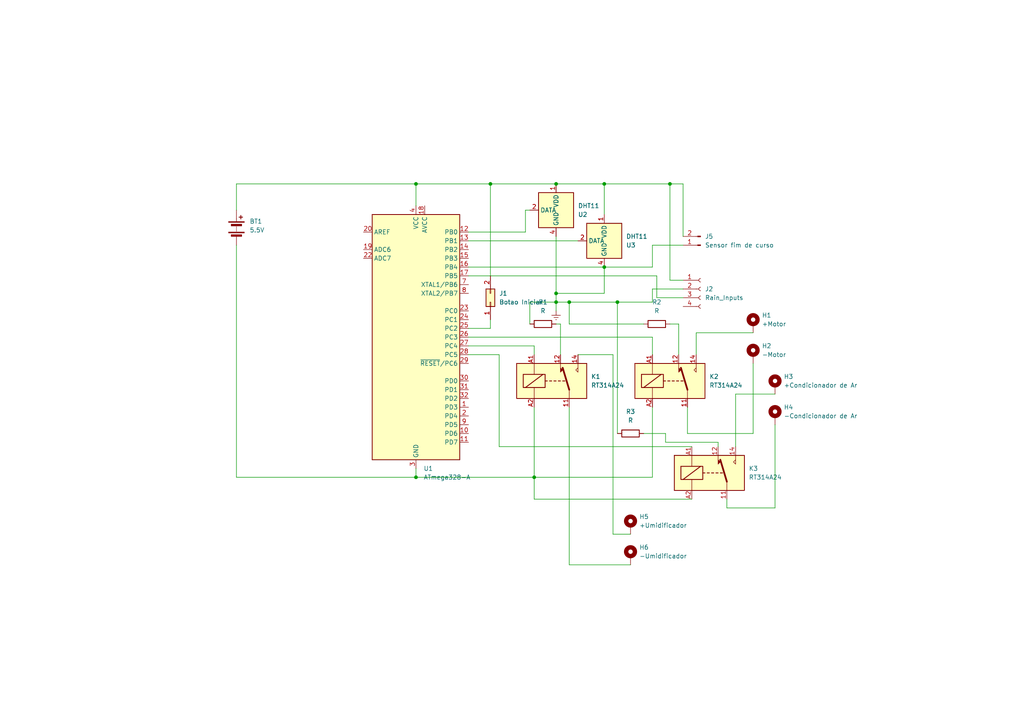
<source format=kicad_sch>
(kicad_sch (version 20230121) (generator eeschema)

  (uuid e969e010-0e26-4a88-8879-207fb1974770)

  (paper "A4")

  (title_block
    (title "Sistema de Climatização")
    (company "Unicamp")
  )

  (lib_symbols
    (symbol "Connector:Conn_01x02_Pin" (pin_names (offset 1.016) hide) (in_bom yes) (on_board yes)
      (property "Reference" "J" (at 0 2.54 0)
        (effects (font (size 1.27 1.27)))
      )
      (property "Value" "Conn_01x02_Pin" (at 0 -5.08 0)
        (effects (font (size 1.27 1.27)))
      )
      (property "Footprint" "" (at 0 0 0)
        (effects (font (size 1.27 1.27)) hide)
      )
      (property "Datasheet" "~" (at 0 0 0)
        (effects (font (size 1.27 1.27)) hide)
      )
      (property "ki_locked" "" (at 0 0 0)
        (effects (font (size 1.27 1.27)))
      )
      (property "ki_keywords" "connector" (at 0 0 0)
        (effects (font (size 1.27 1.27)) hide)
      )
      (property "ki_description" "Generic connector, single row, 01x02, script generated" (at 0 0 0)
        (effects (font (size 1.27 1.27)) hide)
      )
      (property "ki_fp_filters" "Connector*:*_1x??_*" (at 0 0 0)
        (effects (font (size 1.27 1.27)) hide)
      )
      (symbol "Conn_01x02_Pin_1_1"
        (polyline
          (pts
            (xy 1.27 -2.54)
            (xy 0.8636 -2.54)
          )
          (stroke (width 0.1524) (type default))
          (fill (type none))
        )
        (polyline
          (pts
            (xy 1.27 0)
            (xy 0.8636 0)
          )
          (stroke (width 0.1524) (type default))
          (fill (type none))
        )
        (rectangle (start 0.8636 -2.413) (end 0 -2.667)
          (stroke (width 0.1524) (type default))
          (fill (type outline))
        )
        (rectangle (start 0.8636 0.127) (end 0 -0.127)
          (stroke (width 0.1524) (type default))
          (fill (type outline))
        )
        (pin passive line (at 5.08 0 180) (length 3.81)
          (name "Pin_1" (effects (font (size 1.27 1.27))))
          (number "1" (effects (font (size 1.27 1.27))))
        )
        (pin passive line (at 5.08 -2.54 180) (length 3.81)
          (name "Pin_2" (effects (font (size 1.27 1.27))))
          (number "2" (effects (font (size 1.27 1.27))))
        )
      )
    )
    (symbol "Connector:Conn_01x04_Socket" (pin_names (offset 1.016) hide) (in_bom yes) (on_board yes)
      (property "Reference" "J" (at 0 5.08 0)
        (effects (font (size 1.27 1.27)))
      )
      (property "Value" "Conn_01x04_Socket" (at 0 -7.62 0)
        (effects (font (size 1.27 1.27)))
      )
      (property "Footprint" "" (at 0 0 0)
        (effects (font (size 1.27 1.27)) hide)
      )
      (property "Datasheet" "~" (at 0 0 0)
        (effects (font (size 1.27 1.27)) hide)
      )
      (property "ki_locked" "" (at 0 0 0)
        (effects (font (size 1.27 1.27)))
      )
      (property "ki_keywords" "connector" (at 0 0 0)
        (effects (font (size 1.27 1.27)) hide)
      )
      (property "ki_description" "Generic connector, single row, 01x04, script generated" (at 0 0 0)
        (effects (font (size 1.27 1.27)) hide)
      )
      (property "ki_fp_filters" "Connector*:*_1x??_*" (at 0 0 0)
        (effects (font (size 1.27 1.27)) hide)
      )
      (symbol "Conn_01x04_Socket_1_1"
        (arc (start 0 -4.572) (mid -0.5058 -5.08) (end 0 -5.588)
          (stroke (width 0.1524) (type default))
          (fill (type none))
        )
        (arc (start 0 -2.032) (mid -0.5058 -2.54) (end 0 -3.048)
          (stroke (width 0.1524) (type default))
          (fill (type none))
        )
        (polyline
          (pts
            (xy -1.27 -5.08)
            (xy -0.508 -5.08)
          )
          (stroke (width 0.1524) (type default))
          (fill (type none))
        )
        (polyline
          (pts
            (xy -1.27 -2.54)
            (xy -0.508 -2.54)
          )
          (stroke (width 0.1524) (type default))
          (fill (type none))
        )
        (polyline
          (pts
            (xy -1.27 0)
            (xy -0.508 0)
          )
          (stroke (width 0.1524) (type default))
          (fill (type none))
        )
        (polyline
          (pts
            (xy -1.27 2.54)
            (xy -0.508 2.54)
          )
          (stroke (width 0.1524) (type default))
          (fill (type none))
        )
        (arc (start 0 0.508) (mid -0.5058 0) (end 0 -0.508)
          (stroke (width 0.1524) (type default))
          (fill (type none))
        )
        (arc (start 0 3.048) (mid -0.5058 2.54) (end 0 2.032)
          (stroke (width 0.1524) (type default))
          (fill (type none))
        )
        (pin passive line (at -5.08 2.54 0) (length 3.81)
          (name "Pin_1" (effects (font (size 1.27 1.27))))
          (number "1" (effects (font (size 1.27 1.27))))
        )
        (pin passive line (at -5.08 0 0) (length 3.81)
          (name "Pin_2" (effects (font (size 1.27 1.27))))
          (number "2" (effects (font (size 1.27 1.27))))
        )
        (pin passive line (at -5.08 -2.54 0) (length 3.81)
          (name "Pin_3" (effects (font (size 1.27 1.27))))
          (number "3" (effects (font (size 1.27 1.27))))
        )
        (pin passive line (at -5.08 -5.08 0) (length 3.81)
          (name "Pin_4" (effects (font (size 1.27 1.27))))
          (number "4" (effects (font (size 1.27 1.27))))
        )
      )
    )
    (symbol "Connector_Generic:Conn_02x01" (pin_names (offset 1.016) hide) (in_bom yes) (on_board yes)
      (property "Reference" "J" (at 1.27 2.54 0)
        (effects (font (size 1.27 1.27)))
      )
      (property "Value" "Conn_02x01" (at 1.27 -2.54 0)
        (effects (font (size 1.27 1.27)))
      )
      (property "Footprint" "" (at 0 0 0)
        (effects (font (size 1.27 1.27)) hide)
      )
      (property "Datasheet" "~" (at 0 0 0)
        (effects (font (size 1.27 1.27)) hide)
      )
      (property "ki_keywords" "connector" (at 0 0 0)
        (effects (font (size 1.27 1.27)) hide)
      )
      (property "ki_description" "Generic connector, double row, 02x01, this symbol is compatible with counter-clockwise, top-bottom and odd-even numbering schemes., script generated (kicad-library-utils/schlib/autogen/connector/)" (at 0 0 0)
        (effects (font (size 1.27 1.27)) hide)
      )
      (property "ki_fp_filters" "Connector*:*_2x??_*" (at 0 0 0)
        (effects (font (size 1.27 1.27)) hide)
      )
      (symbol "Conn_02x01_1_1"
        (rectangle (start -1.27 0.127) (end 0 -0.127)
          (stroke (width 0.1524) (type default))
          (fill (type none))
        )
        (rectangle (start -1.27 1.27) (end 3.81 -1.27)
          (stroke (width 0.254) (type default))
          (fill (type background))
        )
        (rectangle (start 3.81 0.127) (end 2.54 -0.127)
          (stroke (width 0.1524) (type default))
          (fill (type none))
        )
        (pin passive line (at -5.08 0 0) (length 3.81)
          (name "Pin_1" (effects (font (size 1.27 1.27))))
          (number "1" (effects (font (size 1.27 1.27))))
        )
        (pin passive line (at 7.62 0 180) (length 3.81)
          (name "Pin_2" (effects (font (size 1.27 1.27))))
          (number "2" (effects (font (size 1.27 1.27))))
        )
      )
    )
    (symbol "Device:Battery" (pin_numbers hide) (pin_names (offset 0) hide) (in_bom yes) (on_board yes)
      (property "Reference" "BT" (at 2.54 2.54 0)
        (effects (font (size 1.27 1.27)) (justify left))
      )
      (property "Value" "Battery" (at 2.54 0 0)
        (effects (font (size 1.27 1.27)) (justify left))
      )
      (property "Footprint" "" (at 0 1.524 90)
        (effects (font (size 1.27 1.27)) hide)
      )
      (property "Datasheet" "~" (at 0 1.524 90)
        (effects (font (size 1.27 1.27)) hide)
      )
      (property "ki_keywords" "batt voltage-source cell" (at 0 0 0)
        (effects (font (size 1.27 1.27)) hide)
      )
      (property "ki_description" "Multiple-cell battery" (at 0 0 0)
        (effects (font (size 1.27 1.27)) hide)
      )
      (symbol "Battery_0_1"
        (rectangle (start -2.286 -1.27) (end 2.286 -1.524)
          (stroke (width 0) (type default))
          (fill (type outline))
        )
        (rectangle (start -2.286 1.778) (end 2.286 1.524)
          (stroke (width 0) (type default))
          (fill (type outline))
        )
        (rectangle (start -1.524 -2.032) (end 1.524 -2.54)
          (stroke (width 0) (type default))
          (fill (type outline))
        )
        (rectangle (start -1.524 1.016) (end 1.524 0.508)
          (stroke (width 0) (type default))
          (fill (type outline))
        )
        (polyline
          (pts
            (xy 0 -1.016)
            (xy 0 -0.762)
          )
          (stroke (width 0) (type default))
          (fill (type none))
        )
        (polyline
          (pts
            (xy 0 -0.508)
            (xy 0 -0.254)
          )
          (stroke (width 0) (type default))
          (fill (type none))
        )
        (polyline
          (pts
            (xy 0 0)
            (xy 0 0.254)
          )
          (stroke (width 0) (type default))
          (fill (type none))
        )
        (polyline
          (pts
            (xy 0 1.778)
            (xy 0 2.54)
          )
          (stroke (width 0) (type default))
          (fill (type none))
        )
        (polyline
          (pts
            (xy 0.762 3.048)
            (xy 1.778 3.048)
          )
          (stroke (width 0.254) (type default))
          (fill (type none))
        )
        (polyline
          (pts
            (xy 1.27 3.556)
            (xy 1.27 2.54)
          )
          (stroke (width 0.254) (type default))
          (fill (type none))
        )
      )
      (symbol "Battery_1_1"
        (pin passive line (at 0 5.08 270) (length 2.54)
          (name "+" (effects (font (size 1.27 1.27))))
          (number "1" (effects (font (size 1.27 1.27))))
        )
        (pin passive line (at 0 -5.08 90) (length 2.54)
          (name "-" (effects (font (size 1.27 1.27))))
          (number "2" (effects (font (size 1.27 1.27))))
        )
      )
    )
    (symbol "Device:R" (pin_numbers hide) (pin_names (offset 0)) (in_bom yes) (on_board yes)
      (property "Reference" "R" (at 2.032 0 90)
        (effects (font (size 1.27 1.27)))
      )
      (property "Value" "R" (at 0 0 90)
        (effects (font (size 1.27 1.27)))
      )
      (property "Footprint" "" (at -1.778 0 90)
        (effects (font (size 1.27 1.27)) hide)
      )
      (property "Datasheet" "~" (at 0 0 0)
        (effects (font (size 1.27 1.27)) hide)
      )
      (property "ki_keywords" "R res resistor" (at 0 0 0)
        (effects (font (size 1.27 1.27)) hide)
      )
      (property "ki_description" "Resistor" (at 0 0 0)
        (effects (font (size 1.27 1.27)) hide)
      )
      (property "ki_fp_filters" "R_*" (at 0 0 0)
        (effects (font (size 1.27 1.27)) hide)
      )
      (symbol "R_0_1"
        (rectangle (start -1.016 -2.54) (end 1.016 2.54)
          (stroke (width 0.254) (type default))
          (fill (type none))
        )
      )
      (symbol "R_1_1"
        (pin passive line (at 0 3.81 270) (length 1.27)
          (name "~" (effects (font (size 1.27 1.27))))
          (number "1" (effects (font (size 1.27 1.27))))
        )
        (pin passive line (at 0 -3.81 90) (length 1.27)
          (name "~" (effects (font (size 1.27 1.27))))
          (number "2" (effects (font (size 1.27 1.27))))
        )
      )
    )
    (symbol "MCU_Microchip_ATmega:ATmega328-A" (in_bom yes) (on_board yes)
      (property "Reference" "U" (at -12.7 36.83 0)
        (effects (font (size 1.27 1.27)) (justify left bottom))
      )
      (property "Value" "ATmega328-A" (at 2.54 -36.83 0)
        (effects (font (size 1.27 1.27)) (justify left top))
      )
      (property "Footprint" "Package_QFP:TQFP-32_7x7mm_P0.8mm" (at 0 0 0)
        (effects (font (size 1.27 1.27) italic) hide)
      )
      (property "Datasheet" "http://ww1.microchip.com/downloads/en/DeviceDoc/ATmega328_P%20AVR%20MCU%20with%20picoPower%20Technology%20Data%20Sheet%2040001984A.pdf" (at 0 0 0)
        (effects (font (size 1.27 1.27)) hide)
      )
      (property "ki_keywords" "AVR 8bit Microcontroller MegaAVR" (at 0 0 0)
        (effects (font (size 1.27 1.27)) hide)
      )
      (property "ki_description" "20MHz, 32kB Flash, 2kB SRAM, 1kB EEPROM, TQFP-32" (at 0 0 0)
        (effects (font (size 1.27 1.27)) hide)
      )
      (property "ki_fp_filters" "TQFP*7x7mm*P0.8mm*" (at 0 0 0)
        (effects (font (size 1.27 1.27)) hide)
      )
      (symbol "ATmega328-A_0_1"
        (rectangle (start -12.7 -35.56) (end 12.7 35.56)
          (stroke (width 0.254) (type default))
          (fill (type background))
        )
      )
      (symbol "ATmega328-A_1_1"
        (pin bidirectional line (at 15.24 -20.32 180) (length 2.54)
          (name "PD3" (effects (font (size 1.27 1.27))))
          (number "1" (effects (font (size 1.27 1.27))))
        )
        (pin bidirectional line (at 15.24 -27.94 180) (length 2.54)
          (name "PD6" (effects (font (size 1.27 1.27))))
          (number "10" (effects (font (size 1.27 1.27))))
        )
        (pin bidirectional line (at 15.24 -30.48 180) (length 2.54)
          (name "PD7" (effects (font (size 1.27 1.27))))
          (number "11" (effects (font (size 1.27 1.27))))
        )
        (pin bidirectional line (at 15.24 30.48 180) (length 2.54)
          (name "PB0" (effects (font (size 1.27 1.27))))
          (number "12" (effects (font (size 1.27 1.27))))
        )
        (pin bidirectional line (at 15.24 27.94 180) (length 2.54)
          (name "PB1" (effects (font (size 1.27 1.27))))
          (number "13" (effects (font (size 1.27 1.27))))
        )
        (pin bidirectional line (at 15.24 25.4 180) (length 2.54)
          (name "PB2" (effects (font (size 1.27 1.27))))
          (number "14" (effects (font (size 1.27 1.27))))
        )
        (pin bidirectional line (at 15.24 22.86 180) (length 2.54)
          (name "PB3" (effects (font (size 1.27 1.27))))
          (number "15" (effects (font (size 1.27 1.27))))
        )
        (pin bidirectional line (at 15.24 20.32 180) (length 2.54)
          (name "PB4" (effects (font (size 1.27 1.27))))
          (number "16" (effects (font (size 1.27 1.27))))
        )
        (pin bidirectional line (at 15.24 17.78 180) (length 2.54)
          (name "PB5" (effects (font (size 1.27 1.27))))
          (number "17" (effects (font (size 1.27 1.27))))
        )
        (pin power_in line (at 2.54 38.1 270) (length 2.54)
          (name "AVCC" (effects (font (size 1.27 1.27))))
          (number "18" (effects (font (size 1.27 1.27))))
        )
        (pin input line (at -15.24 25.4 0) (length 2.54)
          (name "ADC6" (effects (font (size 1.27 1.27))))
          (number "19" (effects (font (size 1.27 1.27))))
        )
        (pin bidirectional line (at 15.24 -22.86 180) (length 2.54)
          (name "PD4" (effects (font (size 1.27 1.27))))
          (number "2" (effects (font (size 1.27 1.27))))
        )
        (pin passive line (at -15.24 30.48 0) (length 2.54)
          (name "AREF" (effects (font (size 1.27 1.27))))
          (number "20" (effects (font (size 1.27 1.27))))
        )
        (pin passive line (at 0 -38.1 90) (length 2.54) hide
          (name "GND" (effects (font (size 1.27 1.27))))
          (number "21" (effects (font (size 1.27 1.27))))
        )
        (pin input line (at -15.24 22.86 0) (length 2.54)
          (name "ADC7" (effects (font (size 1.27 1.27))))
          (number "22" (effects (font (size 1.27 1.27))))
        )
        (pin bidirectional line (at 15.24 7.62 180) (length 2.54)
          (name "PC0" (effects (font (size 1.27 1.27))))
          (number "23" (effects (font (size 1.27 1.27))))
        )
        (pin bidirectional line (at 15.24 5.08 180) (length 2.54)
          (name "PC1" (effects (font (size 1.27 1.27))))
          (number "24" (effects (font (size 1.27 1.27))))
        )
        (pin bidirectional line (at 15.24 2.54 180) (length 2.54)
          (name "PC2" (effects (font (size 1.27 1.27))))
          (number "25" (effects (font (size 1.27 1.27))))
        )
        (pin bidirectional line (at 15.24 0 180) (length 2.54)
          (name "PC3" (effects (font (size 1.27 1.27))))
          (number "26" (effects (font (size 1.27 1.27))))
        )
        (pin bidirectional line (at 15.24 -2.54 180) (length 2.54)
          (name "PC4" (effects (font (size 1.27 1.27))))
          (number "27" (effects (font (size 1.27 1.27))))
        )
        (pin bidirectional line (at 15.24 -5.08 180) (length 2.54)
          (name "PC5" (effects (font (size 1.27 1.27))))
          (number "28" (effects (font (size 1.27 1.27))))
        )
        (pin bidirectional line (at 15.24 -7.62 180) (length 2.54)
          (name "~{RESET}/PC6" (effects (font (size 1.27 1.27))))
          (number "29" (effects (font (size 1.27 1.27))))
        )
        (pin power_in line (at 0 -38.1 90) (length 2.54)
          (name "GND" (effects (font (size 1.27 1.27))))
          (number "3" (effects (font (size 1.27 1.27))))
        )
        (pin bidirectional line (at 15.24 -12.7 180) (length 2.54)
          (name "PD0" (effects (font (size 1.27 1.27))))
          (number "30" (effects (font (size 1.27 1.27))))
        )
        (pin bidirectional line (at 15.24 -15.24 180) (length 2.54)
          (name "PD1" (effects (font (size 1.27 1.27))))
          (number "31" (effects (font (size 1.27 1.27))))
        )
        (pin bidirectional line (at 15.24 -17.78 180) (length 2.54)
          (name "PD2" (effects (font (size 1.27 1.27))))
          (number "32" (effects (font (size 1.27 1.27))))
        )
        (pin power_in line (at 0 38.1 270) (length 2.54)
          (name "VCC" (effects (font (size 1.27 1.27))))
          (number "4" (effects (font (size 1.27 1.27))))
        )
        (pin passive line (at 0 -38.1 90) (length 2.54) hide
          (name "GND" (effects (font (size 1.27 1.27))))
          (number "5" (effects (font (size 1.27 1.27))))
        )
        (pin passive line (at 0 38.1 270) (length 2.54) hide
          (name "VCC" (effects (font (size 1.27 1.27))))
          (number "6" (effects (font (size 1.27 1.27))))
        )
        (pin bidirectional line (at 15.24 15.24 180) (length 2.54)
          (name "XTAL1/PB6" (effects (font (size 1.27 1.27))))
          (number "7" (effects (font (size 1.27 1.27))))
        )
        (pin bidirectional line (at 15.24 12.7 180) (length 2.54)
          (name "XTAL2/PB7" (effects (font (size 1.27 1.27))))
          (number "8" (effects (font (size 1.27 1.27))))
        )
        (pin bidirectional line (at 15.24 -25.4 180) (length 2.54)
          (name "PD5" (effects (font (size 1.27 1.27))))
          (number "9" (effects (font (size 1.27 1.27))))
        )
      )
    )
    (symbol "Mechanical:MountingHole_Pad" (pin_numbers hide) (pin_names (offset 1.016) hide) (in_bom yes) (on_board yes)
      (property "Reference" "H" (at 0 6.35 0)
        (effects (font (size 1.27 1.27)))
      )
      (property "Value" "MountingHole_Pad" (at 0 4.445 0)
        (effects (font (size 1.27 1.27)))
      )
      (property "Footprint" "" (at 0 0 0)
        (effects (font (size 1.27 1.27)) hide)
      )
      (property "Datasheet" "~" (at 0 0 0)
        (effects (font (size 1.27 1.27)) hide)
      )
      (property "ki_keywords" "mounting hole" (at 0 0 0)
        (effects (font (size 1.27 1.27)) hide)
      )
      (property "ki_description" "Mounting Hole with connection" (at 0 0 0)
        (effects (font (size 1.27 1.27)) hide)
      )
      (property "ki_fp_filters" "MountingHole*Pad*" (at 0 0 0)
        (effects (font (size 1.27 1.27)) hide)
      )
      (symbol "MountingHole_Pad_0_1"
        (circle (center 0 1.27) (radius 1.27)
          (stroke (width 1.27) (type default))
          (fill (type none))
        )
      )
      (symbol "MountingHole_Pad_1_1"
        (pin input line (at 0 -2.54 90) (length 2.54)
          (name "1" (effects (font (size 1.27 1.27))))
          (number "1" (effects (font (size 1.27 1.27))))
        )
      )
    )
    (symbol "Relay:RT314A24" (in_bom yes) (on_board yes)
      (property "Reference" "K" (at 11.43 3.81 0)
        (effects (font (size 1.27 1.27)) (justify left))
      )
      (property "Value" "RT314A24" (at 11.43 1.27 0)
        (effects (font (size 1.27 1.27)) (justify left))
      )
      (property "Footprint" "Relay_THT:Relay_SPDT_Schrack-RT1-16A-FormC_RM5mm" (at 39.37 -1.27 0)
        (effects (font (size 1.27 1.27)) hide)
      )
      (property "Datasheet" "https://www.te.com/commerce/DocumentDelivery/DDEController?Action=srchrtrv&DocNm=RT1_bistable&DocType=DS&DocLang=English" (at 0 0 0)
        (effects (font (size 1.27 1.27)) hide)
      )
      (property "ki_keywords" "TE SPDT 1P2T CO bistable DC" (at 0 0 0)
        (effects (font (size 1.27 1.27)) hide)
      )
      (property "ki_description" "Schrack RT1 relay, bistable single pole dual throw, single DC coil, 24V, IEC 60335-1" (at 0 0 0)
        (effects (font (size 1.27 1.27)) hide)
      )
      (property "ki_fp_filters" "Relay*SPDT*Schrack*RT1*16A*FormC*RM5mm*" (at 0 0 0)
        (effects (font (size 1.27 1.27)) hide)
      )
      (symbol "RT314A24_0_0"
        (polyline
          (pts
            (xy -2.54 1.905)
            (xy -7.62 -1.905)
          )
          (stroke (width 0.254) (type default))
          (fill (type none))
        )
      )
      (symbol "RT314A24_0_1"
        (rectangle (start -10.16 5.08) (end 10.16 -5.08)
          (stroke (width 0.254) (type default))
          (fill (type background))
        )
        (rectangle (start -8.255 1.905) (end -1.905 -1.905)
          (stroke (width 0.254) (type default))
          (fill (type none))
        )
        (polyline
          (pts
            (xy -5.08 -5.08)
            (xy -5.08 -1.905)
          )
          (stroke (width 0) (type default))
          (fill (type none))
        )
        (polyline
          (pts
            (xy -5.08 5.08)
            (xy -5.08 1.905)
          )
          (stroke (width 0) (type default))
          (fill (type none))
        )
        (polyline
          (pts
            (xy -1.905 0)
            (xy -1.27 0)
          )
          (stroke (width 0.254) (type default))
          (fill (type none))
        )
        (polyline
          (pts
            (xy -0.635 0)
            (xy 0 0)
          )
          (stroke (width 0.254) (type default))
          (fill (type none))
        )
        (polyline
          (pts
            (xy 0.635 0)
            (xy 1.27 0)
          )
          (stroke (width 0.254) (type default))
          (fill (type none))
        )
        (polyline
          (pts
            (xy 1.905 0)
            (xy 2.54 0)
          )
          (stroke (width 0.254) (type default))
          (fill (type none))
        )
        (polyline
          (pts
            (xy 3.175 0)
            (xy 3.81 0)
          )
          (stroke (width 0.254) (type default))
          (fill (type none))
        )
        (polyline
          (pts
            (xy 5.08 -2.54)
            (xy 3.175 3.81)
          )
          (stroke (width 0.508) (type default))
          (fill (type none))
        )
        (polyline
          (pts
            (xy 5.08 -2.54)
            (xy 5.08 -5.08)
          )
          (stroke (width 0) (type default))
          (fill (type none))
        )
        (polyline
          (pts
            (xy 2.54 5.08)
            (xy 2.54 2.54)
            (xy 3.175 3.175)
            (xy 2.54 3.81)
          )
          (stroke (width 0) (type default))
          (fill (type outline))
        )
        (polyline
          (pts
            (xy 7.62 5.08)
            (xy 7.62 2.54)
            (xy 6.985 3.175)
            (xy 7.62 3.81)
          )
          (stroke (width 0) (type default))
          (fill (type none))
        )
      )
      (symbol "RT314A24_1_1"
        (pin passive line (at 5.08 -7.62 90) (length 2.54)
          (name "~" (effects (font (size 1.27 1.27))))
          (number "11" (effects (font (size 1.27 1.27))))
        )
        (pin passive line (at 2.54 7.62 270) (length 2.54)
          (name "~" (effects (font (size 1.27 1.27))))
          (number "12" (effects (font (size 1.27 1.27))))
        )
        (pin passive line (at 7.62 7.62 270) (length 2.54)
          (name "~" (effects (font (size 1.27 1.27))))
          (number "14" (effects (font (size 1.27 1.27))))
        )
        (pin passive line (at -5.08 7.62 270) (length 2.54)
          (name "~" (effects (font (size 1.27 1.27))))
          (number "A1" (effects (font (size 1.27 1.27))))
        )
        (pin passive line (at -5.08 -7.62 90) (length 2.54)
          (name "~" (effects (font (size 1.27 1.27))))
          (number "A2" (effects (font (size 1.27 1.27))))
        )
      )
    )
    (symbol "Sensor:DHT11" (in_bom yes) (on_board yes)
      (property "Reference" "U" (at -3.81 6.35 0)
        (effects (font (size 1.27 1.27)))
      )
      (property "Value" "DHT11" (at 3.81 6.35 0)
        (effects (font (size 1.27 1.27)))
      )
      (property "Footprint" "Sensor:Aosong_DHT11_5.5x12.0_P2.54mm" (at 0 -10.16 0)
        (effects (font (size 1.27 1.27)) hide)
      )
      (property "Datasheet" "http://akizukidenshi.com/download/ds/aosong/DHT11.pdf" (at 3.81 6.35 0)
        (effects (font (size 1.27 1.27)) hide)
      )
      (property "ki_keywords" "digital sensor" (at 0 0 0)
        (effects (font (size 1.27 1.27)) hide)
      )
      (property "ki_description" "3.3V to 5.5V, temperature and humidity module, DHT11" (at 0 0 0)
        (effects (font (size 1.27 1.27)) hide)
      )
      (property "ki_fp_filters" "Aosong*DHT11*5.5x12.0*P2.54mm*" (at 0 0 0)
        (effects (font (size 1.27 1.27)) hide)
      )
      (symbol "DHT11_0_1"
        (rectangle (start -5.08 5.08) (end 5.08 -5.08)
          (stroke (width 0.254) (type default))
          (fill (type background))
        )
      )
      (symbol "DHT11_1_1"
        (pin power_in line (at 0 7.62 270) (length 2.54)
          (name "VDD" (effects (font (size 1.27 1.27))))
          (number "1" (effects (font (size 1.27 1.27))))
        )
        (pin bidirectional line (at 7.62 0 180) (length 2.54)
          (name "DATA" (effects (font (size 1.27 1.27))))
          (number "2" (effects (font (size 1.27 1.27))))
        )
        (pin no_connect line (at -5.08 0 0) (length 2.54) hide
          (name "NC" (effects (font (size 1.27 1.27))))
          (number "3" (effects (font (size 1.27 1.27))))
        )
        (pin power_in line (at 0 -7.62 90) (length 2.54)
          (name "GND" (effects (font (size 1.27 1.27))))
          (number "4" (effects (font (size 1.27 1.27))))
        )
      )
    )
    (symbol "power:Earth" (power) (pin_names (offset 0)) (in_bom yes) (on_board yes)
      (property "Reference" "#PWR" (at 0 -6.35 0)
        (effects (font (size 1.27 1.27)) hide)
      )
      (property "Value" "Earth" (at 0 -3.81 0)
        (effects (font (size 1.27 1.27)) hide)
      )
      (property "Footprint" "" (at 0 0 0)
        (effects (font (size 1.27 1.27)) hide)
      )
      (property "Datasheet" "~" (at 0 0 0)
        (effects (font (size 1.27 1.27)) hide)
      )
      (property "ki_keywords" "global ground gnd" (at 0 0 0)
        (effects (font (size 1.27 1.27)) hide)
      )
      (property "ki_description" "Power symbol creates a global label with name \"Earth\"" (at 0 0 0)
        (effects (font (size 1.27 1.27)) hide)
      )
      (symbol "Earth_0_1"
        (polyline
          (pts
            (xy -0.635 -1.905)
            (xy 0.635 -1.905)
          )
          (stroke (width 0) (type default))
          (fill (type none))
        )
        (polyline
          (pts
            (xy -0.127 -2.54)
            (xy 0.127 -2.54)
          )
          (stroke (width 0) (type default))
          (fill (type none))
        )
        (polyline
          (pts
            (xy 0 -1.27)
            (xy 0 0)
          )
          (stroke (width 0) (type default))
          (fill (type none))
        )
        (polyline
          (pts
            (xy 1.27 -1.27)
            (xy -1.27 -1.27)
          )
          (stroke (width 0) (type default))
          (fill (type none))
        )
      )
      (symbol "Earth_1_1"
        (pin power_in line (at 0 0 270) (length 0) hide
          (name "Earth" (effects (font (size 1.27 1.27))))
          (number "1" (effects (font (size 1.27 1.27))))
        )
      )
    )
  )

  (junction (at 142.24 53.34) (diameter 0) (color 0 0 0 0)
    (uuid 206d461f-62a6-491b-bde3-1dce3317dcdd)
  )
  (junction (at 175.26 77.47) (diameter 0) (color 0 0 0 0)
    (uuid 30fde646-4754-4142-85d4-4c90cdc85850)
  )
  (junction (at 165.1 87.63) (diameter 0) (color 0 0 0 0)
    (uuid 3e798f12-96d9-40a9-a870-2909dba41387)
  )
  (junction (at 175.26 53.34) (diameter 0) (color 0 0 0 0)
    (uuid 5c0e6e65-2cef-4566-aa16-ce1596e734af)
  )
  (junction (at 179.07 87.63) (diameter 0) (color 0 0 0 0)
    (uuid 5e2ac1a4-2905-4271-876a-35a98de8cc0e)
  )
  (junction (at 120.65 53.34) (diameter 0) (color 0 0 0 0)
    (uuid 796dffa5-e489-484b-99df-dda7e5d15744)
  )
  (junction (at 161.29 87.63) (diameter 0) (color 0 0 0 0)
    (uuid 91a0cf86-ea51-4a93-957f-d1d28ccda5b6)
  )
  (junction (at 154.94 138.43) (diameter 0) (color 0 0 0 0)
    (uuid a44eff1c-8ab9-4c9d-9466-1eafd7ecc912)
  )
  (junction (at 161.29 53.34) (diameter 0) (color 0 0 0 0)
    (uuid b5c7a54a-e908-4d40-ba58-7c96aaa53dd1)
  )
  (junction (at 161.29 85.09) (diameter 0) (color 0 0 0 0)
    (uuid d60f9565-a80d-4c6e-8732-ceb61081e1e3)
  )
  (junction (at 194.31 53.34) (diameter 0) (color 0 0 0 0)
    (uuid d7c98c5e-3cf8-417d-9aab-799594dd5a0e)
  )
  (junction (at 120.65 138.43) (diameter 0) (color 0 0 0 0)
    (uuid e5a37292-78cc-4300-b022-963e41ec57df)
  )

  (wire (pts (xy 189.23 83.82) (xy 189.23 87.63))
    (stroke (width 0) (type default))
    (uuid 04678577-4e8a-49da-89f4-9f6c28a4fd23)
  )
  (wire (pts (xy 154.94 118.11) (xy 154.94 138.43))
    (stroke (width 0) (type default))
    (uuid 07fec1e1-e336-4fbb-8952-1197e225e69c)
  )
  (wire (pts (xy 68.58 71.12) (xy 68.58 138.43))
    (stroke (width 0) (type default))
    (uuid 082797e6-8c2f-44cf-9260-512bd7d97ef8)
  )
  (wire (pts (xy 218.44 96.52) (xy 201.93 96.52))
    (stroke (width 0) (type default))
    (uuid 167f2834-dcba-48da-b782-1e8c40de5bb0)
  )
  (wire (pts (xy 177.8 102.87) (xy 177.8 154.94))
    (stroke (width 0) (type default))
    (uuid 179ec35e-3045-4219-a78e-ee4634ab7675)
  )
  (wire (pts (xy 186.69 93.98) (xy 165.1 93.98))
    (stroke (width 0) (type default))
    (uuid 17ae07fd-434a-4ba0-8d62-f41a2f7cb53c)
  )
  (wire (pts (xy 144.78 102.87) (xy 135.89 102.87))
    (stroke (width 0) (type default))
    (uuid 1aa1583c-8c84-4382-9376-664e6de0a2cd)
  )
  (wire (pts (xy 201.93 96.52) (xy 201.93 102.87))
    (stroke (width 0) (type default))
    (uuid 1ac71e4f-82e9-49a6-aa88-6ad0c00e6f35)
  )
  (wire (pts (xy 120.65 53.34) (xy 120.65 59.69))
    (stroke (width 0) (type default))
    (uuid 1f666d43-a7af-4319-b184-3319223f97e1)
  )
  (wire (pts (xy 189.23 97.79) (xy 135.89 97.79))
    (stroke (width 0) (type default))
    (uuid 22ff71c6-40c4-4bb5-b13e-38a587b84292)
  )
  (wire (pts (xy 196.85 102.87) (xy 196.85 93.98))
    (stroke (width 0) (type default))
    (uuid 235dd3cf-dc4d-41d6-8514-6d477158c6a0)
  )
  (wire (pts (xy 198.12 81.28) (xy 194.31 81.28))
    (stroke (width 0) (type default))
    (uuid 24f16903-4207-41a6-9ece-fbeae4b95a98)
  )
  (wire (pts (xy 200.66 129.54) (xy 144.78 129.54))
    (stroke (width 0) (type default))
    (uuid 26aa66f7-8306-42b9-8e67-bb6ffd748691)
  )
  (wire (pts (xy 142.24 92.71) (xy 142.24 95.25))
    (stroke (width 0) (type default))
    (uuid 2889d351-29a4-49e7-bf4a-4ad914b6d53f)
  )
  (wire (pts (xy 162.56 93.98) (xy 161.29 93.98))
    (stroke (width 0) (type default))
    (uuid 295d44ab-c9c9-4f6a-afcc-14dd33779d5b)
  )
  (wire (pts (xy 161.29 85.09) (xy 175.26 85.09))
    (stroke (width 0) (type default))
    (uuid 2d7b19dd-563d-4be1-b419-d29117b01c3c)
  )
  (wire (pts (xy 189.23 118.11) (xy 189.23 138.43))
    (stroke (width 0) (type default))
    (uuid 2d7feefc-1d81-413a-a3bf-a4f7e8d46cd4)
  )
  (wire (pts (xy 198.12 83.82) (xy 189.23 83.82))
    (stroke (width 0) (type default))
    (uuid 30ba3a6c-d3f4-4605-9574-1aaceff8b47c)
  )
  (wire (pts (xy 144.78 129.54) (xy 144.78 102.87))
    (stroke (width 0) (type default))
    (uuid 33732da4-4a1c-49ea-8802-d0fc3953e42b)
  )
  (wire (pts (xy 120.65 53.34) (xy 142.24 53.34))
    (stroke (width 0) (type default))
    (uuid 36062adb-52c5-4f06-ab69-903b7d742a45)
  )
  (wire (pts (xy 224.79 147.32) (xy 210.82 147.32))
    (stroke (width 0) (type default))
    (uuid 43449515-de74-477b-ae56-b8dc84ebb973)
  )
  (wire (pts (xy 142.24 95.25) (xy 135.89 95.25))
    (stroke (width 0) (type default))
    (uuid 474e6b27-28db-4377-aa21-1e972bcb8b34)
  )
  (wire (pts (xy 154.94 138.43) (xy 189.23 138.43))
    (stroke (width 0) (type default))
    (uuid 4c4a4903-0cce-4783-9039-09d006d7f03b)
  )
  (wire (pts (xy 198.12 71.12) (xy 189.23 71.12))
    (stroke (width 0) (type default))
    (uuid 4ca7dfcf-1a81-4f98-8382-446c04520c89)
  )
  (wire (pts (xy 154.94 102.87) (xy 154.94 100.33))
    (stroke (width 0) (type default))
    (uuid 4e24eb80-22e0-4b64-ac1f-f1f2c3f53500)
  )
  (wire (pts (xy 199.39 125.73) (xy 218.44 125.73))
    (stroke (width 0) (type default))
    (uuid 53a3f629-5b70-4623-ae74-8fb8a6105d54)
  )
  (wire (pts (xy 198.12 53.34) (xy 194.31 53.34))
    (stroke (width 0) (type default))
    (uuid 567c6313-a97a-4d4c-90b8-f6fb2e7c62bf)
  )
  (wire (pts (xy 194.31 53.34) (xy 175.26 53.34))
    (stroke (width 0) (type default))
    (uuid 60f375de-596f-4863-82e9-2506200cc49d)
  )
  (wire (pts (xy 179.07 87.63) (xy 189.23 87.63))
    (stroke (width 0) (type default))
    (uuid 62c4d2e2-5147-48f8-b155-09e40c793f58)
  )
  (wire (pts (xy 199.39 118.11) (xy 199.39 125.73))
    (stroke (width 0) (type default))
    (uuid 631f25b2-0371-4436-baf0-b8e878fcaa59)
  )
  (wire (pts (xy 198.12 68.58) (xy 198.12 53.34))
    (stroke (width 0) (type default))
    (uuid 650b2b36-5f81-48c3-b001-c2da52db7446)
  )
  (wire (pts (xy 165.1 93.98) (xy 165.1 87.63))
    (stroke (width 0) (type default))
    (uuid 67297a0a-ca4d-42c7-9514-17100890a0dc)
  )
  (wire (pts (xy 208.28 128.27) (xy 193.04 128.27))
    (stroke (width 0) (type default))
    (uuid 673bf225-614c-48b6-9cf1-c7bec329dcf5)
  )
  (wire (pts (xy 182.88 163.83) (xy 165.1 163.83))
    (stroke (width 0) (type default))
    (uuid 6811e35b-6a89-4152-8afe-5f3f86a68f9b)
  )
  (wire (pts (xy 142.24 53.34) (xy 161.29 53.34))
    (stroke (width 0) (type default))
    (uuid 692b0fbe-3330-4a77-83f5-24a4cf6405f3)
  )
  (wire (pts (xy 198.12 86.36) (xy 190.5 86.36))
    (stroke (width 0) (type default))
    (uuid 77b4cd38-f4e7-47bf-965e-37bb99b779d6)
  )
  (wire (pts (xy 200.66 144.78) (xy 154.94 144.78))
    (stroke (width 0) (type default))
    (uuid 79d3c3a2-36cb-434b-b9d8-e3baa10ea3d2)
  )
  (wire (pts (xy 190.5 86.36) (xy 190.5 80.01))
    (stroke (width 0) (type default))
    (uuid 7a23dfec-7618-4a23-8973-7de0fac625a8)
  )
  (wire (pts (xy 167.64 102.87) (xy 177.8 102.87))
    (stroke (width 0) (type default))
    (uuid 7a560b7c-6907-4387-8202-83f81d8e9895)
  )
  (wire (pts (xy 175.26 53.34) (xy 161.29 53.34))
    (stroke (width 0) (type default))
    (uuid 7dc07a8d-29d7-4fb8-b0c9-1e5f4fc056ca)
  )
  (wire (pts (xy 165.1 87.63) (xy 179.07 87.63))
    (stroke (width 0) (type default))
    (uuid 80709cff-ca2c-4d2b-938d-e297d669c9dd)
  )
  (wire (pts (xy 210.82 147.32) (xy 210.82 144.78))
    (stroke (width 0) (type default))
    (uuid 8113b219-8b32-4c83-94bc-d70fe7b65136)
  )
  (wire (pts (xy 196.85 93.98) (xy 194.31 93.98))
    (stroke (width 0) (type default))
    (uuid 83495e91-b12a-4687-998b-5160260edd0d)
  )
  (wire (pts (xy 193.04 125.73) (xy 186.69 125.73))
    (stroke (width 0) (type default))
    (uuid 854aaa34-221b-4e4a-ae9e-37ec27a629af)
  )
  (wire (pts (xy 179.07 87.63) (xy 179.07 125.73))
    (stroke (width 0) (type default))
    (uuid 8728df8a-a606-4a11-b119-069954444f14)
  )
  (wire (pts (xy 194.31 81.28) (xy 194.31 53.34))
    (stroke (width 0) (type default))
    (uuid 89831f33-fe28-4ff1-8162-87bb7b938915)
  )
  (wire (pts (xy 175.26 77.47) (xy 135.89 77.47))
    (stroke (width 0) (type default))
    (uuid 8d4f76f4-6588-48d1-8285-708d2a880e9b)
  )
  (wire (pts (xy 153.67 93.98) (xy 153.67 87.63))
    (stroke (width 0) (type default))
    (uuid 91abd9bf-9d27-4769-9df1-eb3c6f2eda38)
  )
  (wire (pts (xy 177.8 154.94) (xy 182.88 154.94))
    (stroke (width 0) (type default))
    (uuid 963fe881-453d-41c0-8df8-14803d500726)
  )
  (wire (pts (xy 189.23 102.87) (xy 189.23 97.79))
    (stroke (width 0) (type default))
    (uuid 9a6eeb97-3e49-4a8c-981c-916d97305dfe)
  )
  (wire (pts (xy 68.58 60.96) (xy 68.58 53.34))
    (stroke (width 0) (type default))
    (uuid 9f2526d4-c7e4-4bd7-ab8c-b878503c47c6)
  )
  (wire (pts (xy 154.94 100.33) (xy 135.89 100.33))
    (stroke (width 0) (type default))
    (uuid a1b95175-89f5-4604-a218-df7337994b9e)
  )
  (wire (pts (xy 154.94 138.43) (xy 154.94 144.78))
    (stroke (width 0) (type default))
    (uuid a3a8cf21-b1c2-4e47-b984-82053b15730e)
  )
  (wire (pts (xy 120.65 138.43) (xy 120.65 135.89))
    (stroke (width 0) (type default))
    (uuid a49c5c9c-7359-4ae0-9f4a-b51155501926)
  )
  (wire (pts (xy 175.26 77.47) (xy 175.26 85.09))
    (stroke (width 0) (type default))
    (uuid a86a4a58-454a-4d32-afad-17071a866989)
  )
  (wire (pts (xy 161.29 87.63) (xy 165.1 87.63))
    (stroke (width 0) (type default))
    (uuid b068c6ab-f81d-478c-9541-085376a08aff)
  )
  (wire (pts (xy 218.44 105.41) (xy 218.44 125.73))
    (stroke (width 0) (type default))
    (uuid b267ace6-8255-4434-a7e8-f62e2f15d142)
  )
  (wire (pts (xy 142.24 80.01) (xy 142.24 53.34))
    (stroke (width 0) (type default))
    (uuid b2ec6aa4-3408-403c-9715-869cb36eedd0)
  )
  (wire (pts (xy 189.23 71.12) (xy 189.23 77.47))
    (stroke (width 0) (type default))
    (uuid bd75bc4f-e8bf-4127-95d5-92a288a8877a)
  )
  (wire (pts (xy 68.58 138.43) (xy 120.65 138.43))
    (stroke (width 0) (type default))
    (uuid bde067ea-1a80-48c3-8b0c-41df2809fef7)
  )
  (wire (pts (xy 153.67 87.63) (xy 161.29 87.63))
    (stroke (width 0) (type default))
    (uuid bf0cb29c-008a-430e-8d5c-b82d0bbe91ff)
  )
  (wire (pts (xy 161.29 68.58) (xy 161.29 85.09))
    (stroke (width 0) (type default))
    (uuid c6cf443e-b627-498a-800e-276e2a931d45)
  )
  (wire (pts (xy 189.23 77.47) (xy 175.26 77.47))
    (stroke (width 0) (type default))
    (uuid c7281dbe-567b-45eb-99b4-e6bff367d657)
  )
  (wire (pts (xy 224.79 123.19) (xy 224.79 147.32))
    (stroke (width 0) (type default))
    (uuid c7a19261-9098-4718-ba19-d410585263a1)
  )
  (wire (pts (xy 213.36 114.3) (xy 213.36 129.54))
    (stroke (width 0) (type default))
    (uuid ce47fcee-f0cf-490d-9959-8a699cb6c472)
  )
  (wire (pts (xy 120.65 138.43) (xy 154.94 138.43))
    (stroke (width 0) (type default))
    (uuid cf0739ff-6198-45be-928c-a08b2ec6659c)
  )
  (wire (pts (xy 193.04 128.27) (xy 193.04 125.73))
    (stroke (width 0) (type default))
    (uuid d37639ce-1994-4713-8247-3a7ddb98128f)
  )
  (wire (pts (xy 175.26 62.23) (xy 175.26 53.34))
    (stroke (width 0) (type default))
    (uuid d812b901-61c7-45ba-9b56-3d8fbf412b3f)
  )
  (wire (pts (xy 68.58 53.34) (xy 120.65 53.34))
    (stroke (width 0) (type default))
    (uuid de50a1cd-5c43-43ab-b115-01da5c31d67e)
  )
  (wire (pts (xy 152.4 60.96) (xy 153.67 60.96))
    (stroke (width 0) (type default))
    (uuid e13e4561-ec95-42ef-bef1-a6c604d921c9)
  )
  (wire (pts (xy 162.56 102.87) (xy 162.56 93.98))
    (stroke (width 0) (type default))
    (uuid e3d024f1-c9f6-4556-9c26-825a4b7ac999)
  )
  (wire (pts (xy 135.89 69.85) (xy 167.64 69.85))
    (stroke (width 0) (type default))
    (uuid e7ed75dc-8621-4569-8076-a05a59118b7e)
  )
  (wire (pts (xy 161.29 85.09) (xy 161.29 87.63))
    (stroke (width 0) (type default))
    (uuid e8e2c20b-ec6e-44ec-8ead-991f05d02288)
  )
  (wire (pts (xy 152.4 67.31) (xy 135.89 67.31))
    (stroke (width 0) (type default))
    (uuid ea147ca4-e8bd-4dc0-a2cc-289caace99e8)
  )
  (wire (pts (xy 152.4 60.96) (xy 152.4 67.31))
    (stroke (width 0) (type default))
    (uuid f1a2f79e-4b67-456e-ab6a-a15f88196047)
  )
  (wire (pts (xy 165.1 118.11) (xy 165.1 163.83))
    (stroke (width 0) (type default))
    (uuid f6d78e4d-e2cf-4e5b-9024-45359825bd37)
  )
  (wire (pts (xy 208.28 129.54) (xy 208.28 128.27))
    (stroke (width 0) (type default))
    (uuid f99aeeea-8e46-4805-9ddd-b399ef0a8481)
  )
  (wire (pts (xy 161.29 87.63) (xy 161.29 90.17))
    (stroke (width 0) (type default))
    (uuid f9c6f91d-7be0-4605-8e1d-27219e212601)
  )
  (wire (pts (xy 135.89 80.01) (xy 190.5 80.01))
    (stroke (width 0) (type default))
    (uuid fa0a473d-1935-4f64-ad26-8bfe05a5785b)
  )
  (wire (pts (xy 224.79 114.3) (xy 213.36 114.3))
    (stroke (width 0) (type default))
    (uuid fdb0edd5-0926-4c4f-ac6b-ea8d4ea8e5b2)
  )

  (symbol (lib_id "Sensor:DHT11") (at 161.29 60.96 0) (mirror y) (unit 1)
    (in_bom yes) (on_board yes) (dnp no)
    (uuid 177ee9e0-237a-40a2-890c-74cbf9cac53e)
    (property "Reference" "U2" (at 167.64 62.23 0)
      (effects (font (size 1.27 1.27)) (justify right))
    )
    (property "Value" "DHT11" (at 167.64 59.69 0)
      (effects (font (size 1.27 1.27)) (justify right))
    )
    (property "Footprint" "Sensor:Aosong_DHT11_5.5x12.0_P2.54mm" (at 161.29 71.12 0)
      (effects (font (size 1.27 1.27)) hide)
    )
    (property "Datasheet" "http://akizukidenshi.com/download/ds/aosong/DHT11.pdf" (at 157.48 54.61 0)
      (effects (font (size 1.27 1.27)) hide)
    )
    (pin "4" (uuid 9d9d5374-a431-4e9f-b193-ad64c05a4eac))
    (pin "2" (uuid 926bdb3d-ae4a-451d-b6d1-eba1cb2a0715))
    (pin "1" (uuid 06ca982e-90c6-49a8-aa7f-5e95ccfaf6af))
    (pin "3" (uuid 79ac4ee9-4f0e-42a9-843a-2e505fd2ead9))
    (instances
      (project "E3"
        (path "/e969e010-0e26-4a88-8879-207fb1974770"
          (reference "U2") (unit 1)
        )
      )
    )
  )

  (symbol (lib_id "Mechanical:MountingHole_Pad") (at 182.88 152.4 0) (unit 1)
    (in_bom yes) (on_board yes) (dnp no) (fields_autoplaced)
    (uuid 1c8ee775-0fe7-4fc2-807a-af5cdf55b29f)
    (property "Reference" "H5" (at 185.42 149.86 0)
      (effects (font (size 1.27 1.27)) (justify left))
    )
    (property "Value" "+Umidificador" (at 185.42 152.4 0)
      (effects (font (size 1.27 1.27)) (justify left))
    )
    (property "Footprint" "MountingHole:MountingHole_2.1mm" (at 182.88 152.4 0)
      (effects (font (size 1.27 1.27)) hide)
    )
    (property "Datasheet" "~" (at 182.88 152.4 0)
      (effects (font (size 1.27 1.27)) hide)
    )
    (pin "1" (uuid 59bb3520-6e69-42d0-9ff3-ac2e7a281947))
    (instances
      (project "E3"
        (path "/e969e010-0e26-4a88-8879-207fb1974770"
          (reference "H5") (unit 1)
        )
      )
    )
  )

  (symbol (lib_id "Relay:RT314A24") (at 160.02 110.49 0) (unit 1)
    (in_bom yes) (on_board yes) (dnp no) (fields_autoplaced)
    (uuid 343eb1da-33a0-498c-a6f7-a7fc11d2e161)
    (property "Reference" "K1" (at 171.45 109.22 0)
      (effects (font (size 1.27 1.27)) (justify left))
    )
    (property "Value" "RT314A24" (at 171.45 111.76 0)
      (effects (font (size 1.27 1.27)) (justify left))
    )
    (property "Footprint" "Relay_THT:Relay_SPDT_Schrack-RT1-16A-FormC_RM5mm" (at 199.39 111.76 0)
      (effects (font (size 1.27 1.27)) hide)
    )
    (property "Datasheet" "https://www.te.com/commerce/DocumentDelivery/DDEController?Action=srchrtrv&DocNm=RT1_bistable&DocType=DS&DocLang=English" (at 160.02 110.49 0)
      (effects (font (size 1.27 1.27)) hide)
    )
    (pin "14" (uuid 6f74a61b-6415-4c5d-9816-e1c3a4bb8d38))
    (pin "A1" (uuid 337f069e-6686-424d-99ee-86a737515046))
    (pin "A2" (uuid 05b32abd-6ca1-48e9-a94b-85339d1784fa))
    (pin "12" (uuid 6bedf6e3-7d63-47d5-805a-fc12c33b8400))
    (pin "11" (uuid e29ebe2d-6b47-47aa-966a-ba10620c3558))
    (instances
      (project "E3"
        (path "/e969e010-0e26-4a88-8879-207fb1974770"
          (reference "K1") (unit 1)
        )
      )
    )
  )

  (symbol (lib_id "Mechanical:MountingHole_Pad") (at 218.44 93.98 0) (unit 1)
    (in_bom yes) (on_board yes) (dnp no) (fields_autoplaced)
    (uuid 46c185f8-4000-41a1-9e87-5c135d74700c)
    (property "Reference" "H1" (at 220.98 91.44 0)
      (effects (font (size 1.27 1.27)) (justify left))
    )
    (property "Value" "+Motor" (at 220.98 93.98 0)
      (effects (font (size 1.27 1.27)) (justify left))
    )
    (property "Footprint" "MountingHole:MountingHole_2.1mm" (at 218.44 93.98 0)
      (effects (font (size 1.27 1.27)) hide)
    )
    (property "Datasheet" "~" (at 218.44 93.98 0)
      (effects (font (size 1.27 1.27)) hide)
    )
    (pin "1" (uuid bf9b0821-00d6-4d54-8e65-38e542718115))
    (instances
      (project "E3"
        (path "/e969e010-0e26-4a88-8879-207fb1974770"
          (reference "H1") (unit 1)
        )
      )
    )
  )

  (symbol (lib_id "Relay:RT314A24") (at 205.74 137.16 0) (unit 1)
    (in_bom yes) (on_board yes) (dnp no) (fields_autoplaced)
    (uuid 49b52996-a8af-434a-9acb-af89fb246628)
    (property "Reference" "K3" (at 217.17 135.89 0)
      (effects (font (size 1.27 1.27)) (justify left))
    )
    (property "Value" "RT314A24" (at 217.17 138.43 0)
      (effects (font (size 1.27 1.27)) (justify left))
    )
    (property "Footprint" "Relay_THT:Relay_SPDT_Schrack-RT1-16A-FormC_RM5mm" (at 245.11 138.43 0)
      (effects (font (size 1.27 1.27)) hide)
    )
    (property "Datasheet" "https://www.te.com/commerce/DocumentDelivery/DDEController?Action=srchrtrv&DocNm=RT1_bistable&DocType=DS&DocLang=English" (at 205.74 137.16 0)
      (effects (font (size 1.27 1.27)) hide)
    )
    (pin "14" (uuid 5760e872-1d1f-4877-a219-51cc0896fcf2))
    (pin "A1" (uuid d660f7ca-f86f-40a7-bdc6-303a2bc77391))
    (pin "A2" (uuid 36ef398c-4112-460a-b13c-ce580966b9db))
    (pin "12" (uuid 5ad7e508-0eb2-4757-9f30-7836e69bc996))
    (pin "11" (uuid 8fce5897-d986-4c01-b891-c114cd7bf918))
    (instances
      (project "E3"
        (path "/e969e010-0e26-4a88-8879-207fb1974770"
          (reference "K3") (unit 1)
        )
      )
    )
  )

  (symbol (lib_id "Device:R") (at 157.48 93.98 270) (unit 1)
    (in_bom yes) (on_board yes) (dnp no) (fields_autoplaced)
    (uuid 52a84282-a8b4-4116-94ea-1edb826c4aa5)
    (property "Reference" "R1" (at 157.48 87.63 90)
      (effects (font (size 1.27 1.27)))
    )
    (property "Value" "R" (at 157.48 90.17 90)
      (effects (font (size 1.27 1.27)))
    )
    (property "Footprint" "Resistor_THT:R_Axial_DIN0204_L3.6mm_D1.6mm_P7.62mm_Horizontal" (at 157.48 92.202 90)
      (effects (font (size 1.27 1.27)) hide)
    )
    (property "Datasheet" "~" (at 157.48 93.98 0)
      (effects (font (size 1.27 1.27)) hide)
    )
    (pin "1" (uuid 0f01c6b0-d281-4cd8-ac8f-e89d6615d713))
    (pin "2" (uuid a900459b-b24e-4670-af6f-79428c73f096))
    (instances
      (project "E3"
        (path "/e969e010-0e26-4a88-8879-207fb1974770"
          (reference "R1") (unit 1)
        )
      )
    )
  )

  (symbol (lib_id "Relay:RT314A24") (at 194.31 110.49 0) (unit 1)
    (in_bom yes) (on_board yes) (dnp no) (fields_autoplaced)
    (uuid 58f70b55-f7cd-42da-beda-115caab14368)
    (property "Reference" "K2" (at 205.74 109.22 0)
      (effects (font (size 1.27 1.27)) (justify left))
    )
    (property "Value" "RT314A24" (at 205.74 111.76 0)
      (effects (font (size 1.27 1.27)) (justify left))
    )
    (property "Footprint" "Relay_THT:Relay_SPDT_Schrack-RT1-16A-FormC_RM5mm" (at 233.68 111.76 0)
      (effects (font (size 1.27 1.27)) hide)
    )
    (property "Datasheet" "https://www.te.com/commerce/DocumentDelivery/DDEController?Action=srchrtrv&DocNm=RT1_bistable&DocType=DS&DocLang=English" (at 194.31 110.49 0)
      (effects (font (size 1.27 1.27)) hide)
    )
    (pin "14" (uuid 847ae466-02e3-4134-a694-8155aa1dd877))
    (pin "A1" (uuid 84aa66af-bc79-4e6f-9ebd-330fb04b2e4d))
    (pin "A2" (uuid d1d5b7b3-e352-4aea-92d6-e9827f50dce7))
    (pin "12" (uuid 1701539a-2118-4779-8acc-d89934f0c7ae))
    (pin "11" (uuid b9cbc423-2d21-4e83-997c-8100c4e19e89))
    (instances
      (project "E3"
        (path "/e969e010-0e26-4a88-8879-207fb1974770"
          (reference "K2") (unit 1)
        )
      )
    )
  )

  (symbol (lib_id "Device:R") (at 190.5 93.98 90) (unit 1)
    (in_bom yes) (on_board yes) (dnp no) (fields_autoplaced)
    (uuid 663f6ffb-1b25-4f53-b2b1-8bdcd13d7e6b)
    (property "Reference" "R2" (at 190.5 87.63 90)
      (effects (font (size 1.27 1.27)))
    )
    (property "Value" "R" (at 190.5 90.17 90)
      (effects (font (size 1.27 1.27)))
    )
    (property "Footprint" "Resistor_THT:R_Axial_DIN0204_L3.6mm_D1.6mm_P7.62mm_Horizontal" (at 190.5 95.758 90)
      (effects (font (size 1.27 1.27)) hide)
    )
    (property "Datasheet" "~" (at 190.5 93.98 0)
      (effects (font (size 1.27 1.27)) hide)
    )
    (pin "1" (uuid 36d00722-2da2-4f0d-bd2b-cb238f527d58))
    (pin "2" (uuid 229c571e-02ab-489d-a3b2-6679499147a6))
    (instances
      (project "E3"
        (path "/e969e010-0e26-4a88-8879-207fb1974770"
          (reference "R2") (unit 1)
        )
      )
    )
  )

  (symbol (lib_id "Device:R") (at 182.88 125.73 90) (unit 1)
    (in_bom yes) (on_board yes) (dnp no) (fields_autoplaced)
    (uuid 7488f44c-a337-4375-8c8e-c5ff98f00350)
    (property "Reference" "R3" (at 182.88 119.38 90)
      (effects (font (size 1.27 1.27)))
    )
    (property "Value" "R" (at 182.88 121.92 90)
      (effects (font (size 1.27 1.27)))
    )
    (property "Footprint" "Resistor_THT:R_Axial_DIN0204_L3.6mm_D1.6mm_P7.62mm_Horizontal" (at 182.88 127.508 90)
      (effects (font (size 1.27 1.27)) hide)
    )
    (property "Datasheet" "~" (at 182.88 125.73 0)
      (effects (font (size 1.27 1.27)) hide)
    )
    (pin "1" (uuid 8cdc407c-80d8-4dc8-93c7-1649014566bb))
    (pin "2" (uuid bdd7a4b6-873f-4ce4-a637-fc30d5e091e8))
    (instances
      (project "E3"
        (path "/e969e010-0e26-4a88-8879-207fb1974770"
          (reference "R3") (unit 1)
        )
      )
    )
  )

  (symbol (lib_id "Connector_Generic:Conn_02x01") (at 142.24 87.63 90) (unit 1)
    (in_bom yes) (on_board yes) (dnp no) (fields_autoplaced)
    (uuid 79137ec4-7857-49bf-ae12-8422d401aec7)
    (property "Reference" "J1" (at 144.78 85.09 90)
      (effects (font (size 1.27 1.27)) (justify right))
    )
    (property "Value" "Botao Iniciar" (at 144.78 87.63 90)
      (effects (font (size 1.27 1.27)) (justify right))
    )
    (property "Footprint" "Button_Switch_SMD:Panasonic_EVQPUM_EVQPUD" (at 142.24 87.63 0)
      (effects (font (size 1.27 1.27)) hide)
    )
    (property "Datasheet" "~" (at 142.24 87.63 0)
      (effects (font (size 1.27 1.27)) hide)
    )
    (pin "2" (uuid af6e3222-3244-4cf9-9010-50b683a58153))
    (pin "1" (uuid bcbd14ee-f095-49a8-a574-5fe466c31a49))
    (instances
      (project "E3"
        (path "/e969e010-0e26-4a88-8879-207fb1974770"
          (reference "J1") (unit 1)
        )
      )
    )
  )

  (symbol (lib_id "Sensor:DHT11") (at 175.26 69.85 0) (mirror y) (unit 1)
    (in_bom yes) (on_board yes) (dnp no)
    (uuid 7ab11ad0-972c-4b69-83c9-d5f198dc331e)
    (property "Reference" "U3" (at 181.61 71.12 0)
      (effects (font (size 1.27 1.27)) (justify right))
    )
    (property "Value" "DHT11" (at 181.61 68.58 0)
      (effects (font (size 1.27 1.27)) (justify right))
    )
    (property "Footprint" "Sensor:Aosong_DHT11_5.5x12.0_P2.54mm" (at 175.26 80.01 0)
      (effects (font (size 1.27 1.27)) hide)
    )
    (property "Datasheet" "http://akizukidenshi.com/download/ds/aosong/DHT11.pdf" (at 171.45 63.5 0)
      (effects (font (size 1.27 1.27)) hide)
    )
    (pin "4" (uuid ecaa696e-c402-4534-8128-265b0af4fcaf))
    (pin "2" (uuid f9c0c6c6-c581-4074-92ea-4ff945d784ac))
    (pin "1" (uuid 535c1207-3720-499f-92ed-5acd2b35aafd))
    (pin "3" (uuid 58a70cf6-1abf-4400-9dfb-e146e2f058b8))
    (instances
      (project "E3"
        (path "/e969e010-0e26-4a88-8879-207fb1974770"
          (reference "U3") (unit 1)
        )
      )
    )
  )

  (symbol (lib_id "Device:Battery") (at 68.58 66.04 0) (unit 1)
    (in_bom yes) (on_board yes) (dnp no) (fields_autoplaced)
    (uuid 8297f04b-e94b-4008-8ccf-6d3b79d77361)
    (property "Reference" "BT1" (at 72.39 64.1985 0)
      (effects (font (size 1.27 1.27)) (justify left))
    )
    (property "Value" "5.5V" (at 72.39 66.7385 0)
      (effects (font (size 1.27 1.27)) (justify left))
    )
    (property "Footprint" "" (at 68.58 64.516 90)
      (effects (font (size 1.27 1.27)) hide)
    )
    (property "Datasheet" "~" (at 68.58 64.516 90)
      (effects (font (size 1.27 1.27)) hide)
    )
    (pin "1" (uuid 835f1e58-0c7a-4d92-aa27-1d3fc60ed76d))
    (pin "2" (uuid 90fc07e1-fef8-4b41-aedd-7fb85837a526))
    (instances
      (project "E3"
        (path "/e969e010-0e26-4a88-8879-207fb1974770"
          (reference "BT1") (unit 1)
        )
      )
    )
  )

  (symbol (lib_id "Mechanical:MountingHole_Pad") (at 224.79 111.76 0) (unit 1)
    (in_bom yes) (on_board yes) (dnp no) (fields_autoplaced)
    (uuid 9067fa2d-a4ba-4bbc-942f-f300487a6dc2)
    (property "Reference" "H3" (at 227.33 109.22 0)
      (effects (font (size 1.27 1.27)) (justify left))
    )
    (property "Value" "+Condicionador de Ar" (at 227.33 111.76 0)
      (effects (font (size 1.27 1.27)) (justify left))
    )
    (property "Footprint" "MountingHole:MountingHole_2.1mm" (at 224.79 111.76 0)
      (effects (font (size 1.27 1.27)) hide)
    )
    (property "Datasheet" "~" (at 224.79 111.76 0)
      (effects (font (size 1.27 1.27)) hide)
    )
    (pin "1" (uuid b82b7a3c-44cb-4aa2-94e8-748ef6675be9))
    (instances
      (project "E3"
        (path "/e969e010-0e26-4a88-8879-207fb1974770"
          (reference "H3") (unit 1)
        )
      )
    )
  )

  (symbol (lib_id "Mechanical:MountingHole_Pad") (at 182.88 161.29 0) (unit 1)
    (in_bom yes) (on_board yes) (dnp no) (fields_autoplaced)
    (uuid 951a3511-ab8f-4541-aed2-05cedd105235)
    (property "Reference" "H6" (at 185.42 158.75 0)
      (effects (font (size 1.27 1.27)) (justify left))
    )
    (property "Value" "-Umidificador" (at 185.42 161.29 0)
      (effects (font (size 1.27 1.27)) (justify left))
    )
    (property "Footprint" "MountingHole:MountingHole_2.1mm" (at 182.88 161.29 0)
      (effects (font (size 1.27 1.27)) hide)
    )
    (property "Datasheet" "~" (at 182.88 161.29 0)
      (effects (font (size 1.27 1.27)) hide)
    )
    (pin "1" (uuid 301d515d-ebc7-48de-a31b-25b3b007bfd8))
    (instances
      (project "E3"
        (path "/e969e010-0e26-4a88-8879-207fb1974770"
          (reference "H6") (unit 1)
        )
      )
    )
  )

  (symbol (lib_id "power:Earth") (at 161.29 90.17 0) (unit 1)
    (in_bom yes) (on_board yes) (dnp no) (fields_autoplaced)
    (uuid 97180d67-b503-46fa-b98b-6a57344c65c8)
    (property "Reference" "#PWR01" (at 161.29 96.52 0)
      (effects (font (size 1.27 1.27)) hide)
    )
    (property "Value" "Earth" (at 161.29 93.98 0)
      (effects (font (size 1.27 1.27)) hide)
    )
    (property "Footprint" "" (at 161.29 90.17 0)
      (effects (font (size 1.27 1.27)) hide)
    )
    (property "Datasheet" "~" (at 161.29 90.17 0)
      (effects (font (size 1.27 1.27)) hide)
    )
    (pin "1" (uuid 1854d9be-4e35-419d-9c7e-7b251257677e))
    (instances
      (project "E3"
        (path "/e969e010-0e26-4a88-8879-207fb1974770"
          (reference "#PWR01") (unit 1)
        )
      )
    )
  )

  (symbol (lib_id "Connector:Conn_01x04_Socket") (at 203.2 83.82 0) (unit 1)
    (in_bom yes) (on_board yes) (dnp no) (fields_autoplaced)
    (uuid 9b61178b-9257-4e22-a55e-76ebf6650d12)
    (property "Reference" "J2" (at 204.47 83.82 0)
      (effects (font (size 1.27 1.27)) (justify left))
    )
    (property "Value" "Rain_Inputs" (at 204.47 86.36 0)
      (effects (font (size 1.27 1.27)) (justify left))
    )
    (property "Footprint" "Connector_PinHeader_2.00mm:PinHeader_1x04_P2.00mm_Vertical" (at 203.2 83.82 0)
      (effects (font (size 1.27 1.27)) hide)
    )
    (property "Datasheet" "~" (at 203.2 83.82 0)
      (effects (font (size 1.27 1.27)) hide)
    )
    (pin "2" (uuid 8982f054-2c43-4ec5-bd56-476b7c9118bb))
    (pin "3" (uuid 7908983c-9f26-40b7-935f-fb6527d4cfb4))
    (pin "1" (uuid 6f254e1b-7f90-44a1-a217-20b45e5a8c85))
    (pin "4" (uuid 558d400a-c96e-4723-8b55-507417bdd5b5))
    (instances
      (project "E3"
        (path "/e969e010-0e26-4a88-8879-207fb1974770"
          (reference "J2") (unit 1)
        )
      )
    )
  )

  (symbol (lib_id "MCU_Microchip_ATmega:ATmega328-A") (at 120.65 97.79 0) (unit 1)
    (in_bom yes) (on_board yes) (dnp no) (fields_autoplaced)
    (uuid a0a4552d-8e15-4a2e-b452-d5b1855a9ccd)
    (property "Reference" "U1" (at 122.8441 135.89 0)
      (effects (font (size 1.27 1.27)) (justify left))
    )
    (property "Value" "ATmega328-A" (at 122.8441 138.43 0)
      (effects (font (size 1.27 1.27)) (justify left))
    )
    (property "Footprint" "Package_QFP:TQFP-32_7x7mm_P0.8mm" (at 120.65 97.79 0)
      (effects (font (size 1.27 1.27) italic) hide)
    )
    (property "Datasheet" "http://ww1.microchip.com/downloads/en/DeviceDoc/ATmega328_P%20AVR%20MCU%20with%20picoPower%20Technology%20Data%20Sheet%2040001984A.pdf" (at 120.65 97.79 0)
      (effects (font (size 1.27 1.27)) hide)
    )
    (pin "13" (uuid e249f5fc-8eab-43f6-9230-703f8ced8859))
    (pin "23" (uuid 464ba692-befd-4878-ba71-39738719ceb6))
    (pin "27" (uuid f7713fbf-5745-4cf6-a804-f72ed3f14e96))
    (pin "30" (uuid 474f805a-d6b8-44f0-948c-2c1ff89ce3af))
    (pin "25" (uuid 0539e2cf-b0f3-4d0a-88c1-0921cc4ac370))
    (pin "4" (uuid 50b3cf8d-37bd-41bf-9783-0eadc6e99a71))
    (pin "8" (uuid 4d0104d8-d18c-43de-9cc1-212865ad5e0c))
    (pin "28" (uuid da957380-191a-4ce8-b770-25b930c4116d))
    (pin "16" (uuid 5273617c-a0fc-4111-9944-c8a42fae57fc))
    (pin "18" (uuid a495b218-69be-481c-a598-ed4a0e11850e))
    (pin "29" (uuid aafcb789-9982-4a2e-b81c-e551375f132a))
    (pin "1" (uuid f180b843-87e1-468e-a141-8a6bb890b5cd))
    (pin "14" (uuid f5ed2ca2-e1cb-4125-963e-cd94385ba0b0))
    (pin "20" (uuid bcd2bd25-d94b-462e-bd5d-3a5a80794892))
    (pin "31" (uuid dc521ab6-383d-4657-8ff3-fa067c42faa0))
    (pin "2" (uuid d7cae959-6002-40c3-8495-8381aa665258))
    (pin "12" (uuid d6bae45d-c608-49e9-a432-c6eca3a50010))
    (pin "22" (uuid 129490b1-8381-4218-9951-7563f6d106ef))
    (pin "9" (uuid a559aeea-a10d-4588-933f-ccfaf2137931))
    (pin "3" (uuid b803b1c9-d962-43f8-a003-01c4dfaa81f6))
    (pin "32" (uuid cb8bff68-07d4-40e7-8c8d-325d75e7de43))
    (pin "21" (uuid c04ee429-4f71-4098-8446-ff24e712fefd))
    (pin "26" (uuid 750ec3bb-0320-4344-8f42-7b0609951fe6))
    (pin "5" (uuid 0d13cf7d-48df-4cf6-a42e-82d84b4dfaf4))
    (pin "6" (uuid d99f7a88-9cae-4abb-b662-34ec603452e7))
    (pin "10" (uuid 46675dfc-2c3d-4924-94c6-b4dcf55f6316))
    (pin "17" (uuid de429ce8-2e98-4851-ac65-3b8a56a0675d))
    (pin "24" (uuid 4e2a5de8-9234-45e9-b6c7-b0365f46eab2))
    (pin "7" (uuid fcb0c61d-8752-46e5-a0db-0d443558a1c1))
    (pin "11" (uuid ef8917d6-a77d-4356-aaaa-f0a3139c1ef1))
    (pin "15" (uuid bc7bac7f-cb08-4dff-9c7d-3e6f622e05a6))
    (pin "19" (uuid a49c4b58-77dd-4597-9f9b-82fca038b0c0))
    (instances
      (project "E3"
        (path "/e969e010-0e26-4a88-8879-207fb1974770"
          (reference "U1") (unit 1)
        )
      )
    )
  )

  (symbol (lib_id "Mechanical:MountingHole_Pad") (at 218.44 102.87 0) (unit 1)
    (in_bom yes) (on_board yes) (dnp no) (fields_autoplaced)
    (uuid ac4c4836-15b0-448e-9f2c-3396ccbda9d4)
    (property "Reference" "H2" (at 220.98 100.33 0)
      (effects (font (size 1.27 1.27)) (justify left))
    )
    (property "Value" "-Motor" (at 220.98 102.87 0)
      (effects (font (size 1.27 1.27)) (justify left))
    )
    (property "Footprint" "MountingHole:MountingHole_2.1mm" (at 218.44 102.87 0)
      (effects (font (size 1.27 1.27)) hide)
    )
    (property "Datasheet" "~" (at 218.44 102.87 0)
      (effects (font (size 1.27 1.27)) hide)
    )
    (pin "1" (uuid 9d7d16ac-29ae-4aaa-a70c-9acf82fb5b2e))
    (instances
      (project "E3"
        (path "/e969e010-0e26-4a88-8879-207fb1974770"
          (reference "H2") (unit 1)
        )
      )
    )
  )

  (symbol (lib_id "Connector:Conn_01x02_Pin") (at 203.2 71.12 180) (unit 1)
    (in_bom yes) (on_board yes) (dnp no) (fields_autoplaced)
    (uuid b9221c2b-c97a-4d34-a491-377fb9dd7fb0)
    (property "Reference" "J5" (at 204.47 68.58 0)
      (effects (font (size 1.27 1.27)) (justify right))
    )
    (property "Value" "Sensor fim de curso" (at 204.47 71.12 0)
      (effects (font (size 1.27 1.27)) (justify right))
    )
    (property "Footprint" "Connector_PinHeader_2.00mm:PinHeader_1x02_P2.00mm_Vertical" (at 203.2 71.12 0)
      (effects (font (size 1.27 1.27)) hide)
    )
    (property "Datasheet" "~" (at 203.2 71.12 0)
      (effects (font (size 1.27 1.27)) hide)
    )
    (pin "2" (uuid 98753703-d82e-4ce5-92e5-67ed5f55a98c))
    (pin "1" (uuid b206cf26-d940-4a6a-b92f-1591072e5121))
    (instances
      (project "E3"
        (path "/e969e010-0e26-4a88-8879-207fb1974770"
          (reference "J5") (unit 1)
        )
      )
    )
  )

  (symbol (lib_id "Mechanical:MountingHole_Pad") (at 224.79 120.65 0) (unit 1)
    (in_bom yes) (on_board yes) (dnp no) (fields_autoplaced)
    (uuid d2a1e011-1c47-41e7-9a68-f00b24adec9d)
    (property "Reference" "H4" (at 227.33 118.11 0)
      (effects (font (size 1.27 1.27)) (justify left))
    )
    (property "Value" "-Condicionador de Ar" (at 227.33 120.65 0)
      (effects (font (size 1.27 1.27)) (justify left))
    )
    (property "Footprint" "MountingHole:MountingHole_2.1mm" (at 224.79 120.65 0)
      (effects (font (size 1.27 1.27)) hide)
    )
    (property "Datasheet" "~" (at 224.79 120.65 0)
      (effects (font (size 1.27 1.27)) hide)
    )
    (pin "1" (uuid dfdea796-0070-4b4e-adc9-f469a2401134))
    (instances
      (project "E3"
        (path "/e969e010-0e26-4a88-8879-207fb1974770"
          (reference "H4") (unit 1)
        )
      )
    )
  )

  (sheet_instances
    (path "/" (page "1"))
  )
)

</source>
